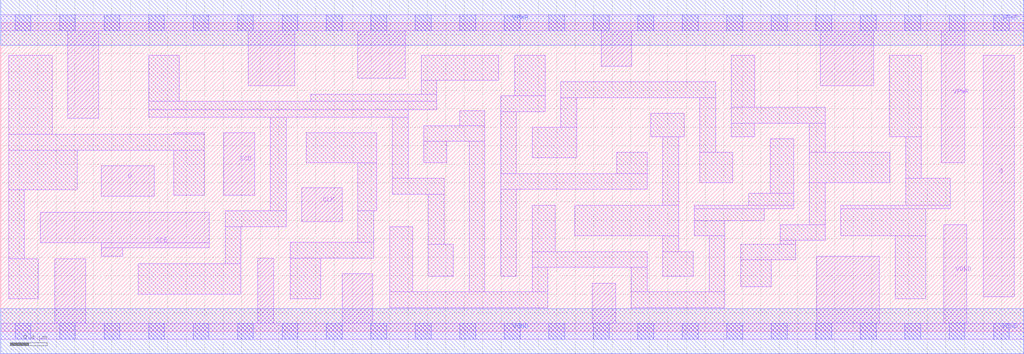
<source format=lef>
# Copyright 2020 The SkyWater PDK Authors
#
# Licensed under the Apache License, Version 2.0 (the "License");
# you may not use this file except in compliance with the License.
# You may obtain a copy of the License at
#
#     https://www.apache.org/licenses/LICENSE-2.0
#
# Unless required by applicable law or agreed to in writing, software
# distributed under the License is distributed on an "AS IS" BASIS,
# WITHOUT WARRANTIES OR CONDITIONS OF ANY KIND, either express or implied.
# See the License for the specific language governing permissions and
# limitations under the License.
#
# SPDX-License-Identifier: Apache-2.0

VERSION 5.7 ;
  NAMESCASESENSITIVE ON ;
  NOWIREEXTENSIONATPIN ON ;
  DIVIDERCHAR "/" ;
  BUSBITCHARS "[]" ;
UNITS
  DATABASE MICRONS 200 ;
END UNITS
MACRO sky130_fd_sc_ls__sdfxtp_1
  CLASS CORE ;
  SOURCE USER ;
  FOREIGN sky130_fd_sc_ls__sdfxtp_1 ;
  ORIGIN  0.000000  0.000000 ;
  SIZE  11.04000 BY  3.330000 ;
  SYMMETRY X Y ;
  SITE unit ;
  PIN D
    ANTENNAGATEAREA  0.159000 ;
    DIRECTION INPUT ;
    USE SIGNAL ;
    PORT
      LAYER li1 ;
        RECT 1.085000 1.455000 1.655000 1.785000 ;
    END
  END D
  PIN Q
    ANTENNADIFFAREA  0.528300 ;
    DIRECTION OUTPUT ;
    USE SIGNAL ;
    PORT
      LAYER li1 ;
        RECT 10.600000 0.370000 10.935000 2.980000 ;
    END
  END Q
  PIN SCD
    ANTENNAGATEAREA  0.159000 ;
    DIRECTION INPUT ;
    USE SIGNAL ;
    PORT
      LAYER li1 ;
        RECT 2.405000 1.470000 2.740000 2.140000 ;
    END
  END SCD
  PIN SCE
    ANTENNAGATEAREA  0.318000 ;
    DIRECTION INPUT ;
    USE SIGNAL ;
    PORT
      LAYER li1 ;
        RECT 0.425000 0.955000 2.250000 1.285000 ;
        RECT 1.085000 0.810000 1.315000 0.900000 ;
        RECT 1.085000 0.900000 2.250000 0.955000 ;
    END
  END SCE
  PIN CLK
    ANTENNAGATEAREA  0.279000 ;
    DIRECTION INPUT ;
    USE CLOCK ;
    PORT
      LAYER li1 ;
        RECT 3.250000 1.180000 3.685000 1.550000 ;
    END
  END CLK
  PIN VGND
    DIRECTION INOUT ;
    SHAPE ABUTMENT ;
    USE GROUND ;
    PORT
      LAYER li1 ;
        RECT  0.000000 -0.085000 11.040000 0.085000 ;
        RECT  0.585000  0.085000  0.915000 0.785000 ;
        RECT  2.775000  0.085000  2.945000 0.790000 ;
        RECT  3.685000  0.085000  4.015000 0.620000 ;
        RECT  6.385000  0.085000  6.635000 0.520000 ;
        RECT  8.805000  0.085000  9.480000 0.810000 ;
        RECT 10.175000  0.085000 10.425000 1.150000 ;
      LAYER mcon ;
        RECT  0.155000 -0.085000  0.325000 0.085000 ;
        RECT  0.635000 -0.085000  0.805000 0.085000 ;
        RECT  1.115000 -0.085000  1.285000 0.085000 ;
        RECT  1.595000 -0.085000  1.765000 0.085000 ;
        RECT  2.075000 -0.085000  2.245000 0.085000 ;
        RECT  2.555000 -0.085000  2.725000 0.085000 ;
        RECT  3.035000 -0.085000  3.205000 0.085000 ;
        RECT  3.515000 -0.085000  3.685000 0.085000 ;
        RECT  3.995000 -0.085000  4.165000 0.085000 ;
        RECT  4.475000 -0.085000  4.645000 0.085000 ;
        RECT  4.955000 -0.085000  5.125000 0.085000 ;
        RECT  5.435000 -0.085000  5.605000 0.085000 ;
        RECT  5.915000 -0.085000  6.085000 0.085000 ;
        RECT  6.395000 -0.085000  6.565000 0.085000 ;
        RECT  6.875000 -0.085000  7.045000 0.085000 ;
        RECT  7.355000 -0.085000  7.525000 0.085000 ;
        RECT  7.835000 -0.085000  8.005000 0.085000 ;
        RECT  8.315000 -0.085000  8.485000 0.085000 ;
        RECT  8.795000 -0.085000  8.965000 0.085000 ;
        RECT  9.275000 -0.085000  9.445000 0.085000 ;
        RECT  9.755000 -0.085000  9.925000 0.085000 ;
        RECT 10.235000 -0.085000 10.405000 0.085000 ;
        RECT 10.715000 -0.085000 10.885000 0.085000 ;
      LAYER met1 ;
        RECT 0.000000 -0.245000 11.040000 0.245000 ;
    END
  END VGND
  PIN VPWR
    DIRECTION INOUT ;
    SHAPE ABUTMENT ;
    USE POWER ;
    PORT
      LAYER li1 ;
        RECT  0.000000 3.245000 11.040000 3.415000 ;
        RECT  0.725000 2.300000  1.055000 3.245000 ;
        RECT  2.670000 2.650000  3.175000 3.245000 ;
        RECT  3.855000 2.730000  4.365000 3.245000 ;
        RECT  6.480000 2.860000  6.810000 3.245000 ;
        RECT  8.845000 2.650000  9.420000 3.245000 ;
        RECT 10.150000 1.820000 10.400000 3.245000 ;
      LAYER mcon ;
        RECT  0.155000 3.245000  0.325000 3.415000 ;
        RECT  0.635000 3.245000  0.805000 3.415000 ;
        RECT  1.115000 3.245000  1.285000 3.415000 ;
        RECT  1.595000 3.245000  1.765000 3.415000 ;
        RECT  2.075000 3.245000  2.245000 3.415000 ;
        RECT  2.555000 3.245000  2.725000 3.415000 ;
        RECT  3.035000 3.245000  3.205000 3.415000 ;
        RECT  3.515000 3.245000  3.685000 3.415000 ;
        RECT  3.995000 3.245000  4.165000 3.415000 ;
        RECT  4.475000 3.245000  4.645000 3.415000 ;
        RECT  4.955000 3.245000  5.125000 3.415000 ;
        RECT  5.435000 3.245000  5.605000 3.415000 ;
        RECT  5.915000 3.245000  6.085000 3.415000 ;
        RECT  6.395000 3.245000  6.565000 3.415000 ;
        RECT  6.875000 3.245000  7.045000 3.415000 ;
        RECT  7.355000 3.245000  7.525000 3.415000 ;
        RECT  7.835000 3.245000  8.005000 3.415000 ;
        RECT  8.315000 3.245000  8.485000 3.415000 ;
        RECT  8.795000 3.245000  8.965000 3.415000 ;
        RECT  9.275000 3.245000  9.445000 3.415000 ;
        RECT  9.755000 3.245000  9.925000 3.415000 ;
        RECT 10.235000 3.245000 10.405000 3.415000 ;
        RECT 10.715000 3.245000 10.885000 3.415000 ;
      LAYER met1 ;
        RECT 0.000000 3.085000 11.040000 3.575000 ;
    END
  END VPWR
  OBS
    LAYER li1 ;
      RECT 0.085000 0.350000  0.405000 0.785000 ;
      RECT 0.085000 0.785000  0.255000 1.525000 ;
      RECT 0.085000 1.525000  0.825000 1.955000 ;
      RECT 0.085000 1.955000  2.195000 2.125000 ;
      RECT 0.085000 2.125000  0.555000 2.980000 ;
      RECT 1.485000 0.400000  2.590000 0.730000 ;
      RECT 1.595000 2.310000  4.395000 2.390000 ;
      RECT 1.595000 2.390000  4.705000 2.480000 ;
      RECT 1.595000 2.480000  1.925000 2.980000 ;
      RECT 1.865000 1.470000  2.195000 1.955000 ;
      RECT 1.865000 2.125000  2.195000 2.140000 ;
      RECT 2.420000 0.730000  2.590000 1.130000 ;
      RECT 2.420000 1.130000  3.080000 1.300000 ;
      RECT 2.910000 1.300000  3.080000 2.310000 ;
      RECT 3.125000 0.350000  3.455000 0.790000 ;
      RECT 3.125000 0.790000  4.025000 0.960000 ;
      RECT 3.295000 1.820000  4.055000 2.140000 ;
      RECT 3.345000 2.480000  4.705000 2.560000 ;
      RECT 3.855000 0.960000  4.025000 1.300000 ;
      RECT 3.855000 1.300000  4.055000 1.820000 ;
      RECT 4.195000 0.255000  5.905000 0.425000 ;
      RECT 4.195000 0.425000  4.445000 1.130000 ;
      RECT 4.225000 1.480000  4.785000 1.650000 ;
      RECT 4.225000 1.650000  4.395000 2.310000 ;
      RECT 4.535000 2.560000  4.705000 2.710000 ;
      RECT 4.535000 2.710000  5.375000 2.980000 ;
      RECT 4.565000 1.820000  4.815000 2.050000 ;
      RECT 4.565000 2.050000  5.225000 2.220000 ;
      RECT 4.615000 0.595000  4.885000 0.940000 ;
      RECT 4.615000 0.940000  4.785000 1.480000 ;
      RECT 4.955000 2.220000  5.225000 2.380000 ;
      RECT 5.055000 0.425000  5.225000 2.050000 ;
      RECT 5.395000 0.595000  5.565000 1.530000 ;
      RECT 5.395000 1.530000  6.975000 1.700000 ;
      RECT 5.395000 1.700000  5.565000 2.370000 ;
      RECT 5.395000 2.370000  5.875000 2.540000 ;
      RECT 5.545000 2.540000  5.875000 2.980000 ;
      RECT 5.735000 0.425000  5.905000 0.690000 ;
      RECT 5.735000 0.690000  6.975000 0.860000 ;
      RECT 5.735000 0.860000  5.985000 1.360000 ;
      RECT 5.735000 1.870000  6.215000 2.200000 ;
      RECT 6.045000 2.200000  6.215000 2.520000 ;
      RECT 6.045000 2.520000  7.715000 2.690000 ;
      RECT 6.195000 1.030000  7.315000 1.360000 ;
      RECT 6.645000 1.700000  6.975000 1.930000 ;
      RECT 6.805000 0.255000  7.815000 0.425000 ;
      RECT 6.805000 0.425000  6.975000 0.690000 ;
      RECT 7.015000 2.100000  7.375000 2.350000 ;
      RECT 7.145000 0.595000  7.475000 0.860000 ;
      RECT 7.145000 0.860000  7.315000 1.030000 ;
      RECT 7.145000 1.360000  7.315000 2.100000 ;
      RECT 7.485000 1.030000  7.815000 1.190000 ;
      RECT 7.485000 1.190000  8.240000 1.320000 ;
      RECT 7.485000 1.320000  8.555000 1.360000 ;
      RECT 7.545000 1.600000  7.900000 1.930000 ;
      RECT 7.545000 1.930000  7.715000 2.520000 ;
      RECT 7.645000 0.425000  7.815000 1.030000 ;
      RECT 7.885000 2.100000  8.135000 2.245000 ;
      RECT 7.885000 2.245000  8.895000 2.415000 ;
      RECT 7.885000 2.415000  8.135000 2.980000 ;
      RECT 7.985000 0.480000  8.315000 0.770000 ;
      RECT 7.985000 0.770000  8.580000 0.940000 ;
      RECT 8.070000 1.360000  8.555000 1.490000 ;
      RECT 8.305000 1.490000  8.555000 2.075000 ;
      RECT 8.410000 0.940000  8.580000 0.980000 ;
      RECT 8.410000 0.980000  8.895000 1.150000 ;
      RECT 8.725000 1.150000  8.895000 1.600000 ;
      RECT 8.725000 1.600000  9.595000 1.930000 ;
      RECT 8.725000 1.930000  8.895000 2.245000 ;
      RECT 9.065000 1.030000  9.980000 1.320000 ;
      RECT 9.065000 1.320000 10.245000 1.360000 ;
      RECT 9.590000 2.100000  9.935000 2.980000 ;
      RECT 9.650000 0.350000  9.980000 1.030000 ;
      RECT 9.765000 1.360000 10.245000 1.650000 ;
      RECT 9.765000 1.650000  9.935000 2.100000 ;
  END
END sky130_fd_sc_ls__sdfxtp_1

</source>
